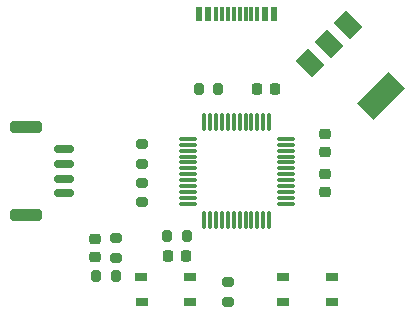
<source format=gbr>
%TF.GenerationSoftware,KiCad,Pcbnew,7.0.7*%
%TF.CreationDate,2023-10-08T00:42:53+08:00*%
%TF.ProjectId,RM_47mm,524d5f34-376d-46d2-9e6b-696361645f70,rev?*%
%TF.SameCoordinates,Original*%
%TF.FileFunction,Paste,Bot*%
%TF.FilePolarity,Positive*%
%FSLAX46Y46*%
G04 Gerber Fmt 4.6, Leading zero omitted, Abs format (unit mm)*
G04 Created by KiCad (PCBNEW 7.0.7) date 2023-10-08 00:42:53*
%MOMM*%
%LPD*%
G01*
G04 APERTURE LIST*
G04 Aperture macros list*
%AMRoundRect*
0 Rectangle with rounded corners*
0 $1 Rounding radius*
0 $2 $3 $4 $5 $6 $7 $8 $9 X,Y pos of 4 corners*
0 Add a 4 corners polygon primitive as box body*
4,1,4,$2,$3,$4,$5,$6,$7,$8,$9,$2,$3,0*
0 Add four circle primitives for the rounded corners*
1,1,$1+$1,$2,$3*
1,1,$1+$1,$4,$5*
1,1,$1+$1,$6,$7*
1,1,$1+$1,$8,$9*
0 Add four rect primitives between the rounded corners*
20,1,$1+$1,$2,$3,$4,$5,0*
20,1,$1+$1,$4,$5,$6,$7,0*
20,1,$1+$1,$6,$7,$8,$9,0*
20,1,$1+$1,$8,$9,$2,$3,0*%
%AMRotRect*
0 Rectangle, with rotation*
0 The origin of the aperture is its center*
0 $1 length*
0 $2 width*
0 $3 Rotation angle, in degrees counterclockwise*
0 Add horizontal line*
21,1,$1,$2,0,0,$3*%
G04 Aperture macros list end*
%ADD10RotRect,2.000000X1.500000X315.000000*%
%ADD11RotRect,2.000000X3.800000X315.000000*%
%ADD12R,0.600000X1.240000*%
%ADD13R,0.300000X1.240000*%
%ADD14RoundRect,0.150000X0.700000X-0.150000X0.700000X0.150000X-0.700000X0.150000X-0.700000X-0.150000X0*%
%ADD15RoundRect,0.250000X1.100000X-0.250000X1.100000X0.250000X-1.100000X0.250000X-1.100000X-0.250000X0*%
%ADD16RoundRect,0.200000X0.275000X-0.200000X0.275000X0.200000X-0.275000X0.200000X-0.275000X-0.200000X0*%
%ADD17RoundRect,0.200000X-0.200000X-0.275000X0.200000X-0.275000X0.200000X0.275000X-0.200000X0.275000X0*%
%ADD18RoundRect,0.075000X0.662500X0.075000X-0.662500X0.075000X-0.662500X-0.075000X0.662500X-0.075000X0*%
%ADD19RoundRect,0.075000X0.075000X0.662500X-0.075000X0.662500X-0.075000X-0.662500X0.075000X-0.662500X0*%
%ADD20R,1.050000X0.650000*%
%ADD21RoundRect,0.225000X-0.250000X0.225000X-0.250000X-0.225000X0.250000X-0.225000X0.250000X0.225000X0*%
%ADD22RoundRect,0.225000X0.225000X0.250000X-0.225000X0.250000X-0.225000X-0.250000X0.225000X-0.250000X0*%
%ADD23RoundRect,0.225000X0.250000X-0.225000X0.250000X0.225000X-0.250000X0.225000X-0.250000X-0.225000X0*%
%ADD24RoundRect,0.200000X-0.275000X0.200000X-0.275000X-0.200000X0.275000X-0.200000X0.275000X0.200000X0*%
%ADD25RoundRect,0.200000X0.200000X0.275000X-0.200000X0.275000X-0.200000X-0.275000X0.200000X-0.275000X0*%
G04 APERTURE END LIST*
D10*
%TO.C,U2*%
X156166268Y-90838959D03*
D11*
X162247386Y-93667386D03*
D10*
X157792614Y-89212614D03*
X159418959Y-87586268D03*
%TD*%
D12*
%TO.C,J1*%
X146800000Y-86725000D03*
X147600000Y-86725000D03*
D13*
X148750000Y-86725000D03*
X149750000Y-86725000D03*
X150250000Y-86725000D03*
X151250000Y-86725000D03*
D12*
X152400000Y-86725000D03*
X153200000Y-86725000D03*
X153200000Y-86725000D03*
X152400000Y-86725000D03*
D13*
X151750000Y-86725000D03*
X150750000Y-86725000D03*
X149250000Y-86725000D03*
X148250000Y-86725000D03*
D12*
X147600000Y-86725000D03*
X146800000Y-86725000D03*
%TD*%
D14*
%TO.C,J2*%
X135350000Y-101875000D03*
X135350000Y-100625000D03*
X135350000Y-99375000D03*
X135350000Y-98125000D03*
D15*
X132150000Y-103725000D03*
X132150000Y-96275000D03*
%TD*%
D16*
%TO.C,R3*%
X142018127Y-99380570D03*
X142018127Y-97730570D03*
%TD*%
%TO.C,R7*%
X139783288Y-107336708D03*
X139783288Y-105686708D03*
%TD*%
D17*
%TO.C,R4*%
X146775000Y-93000000D03*
X148425000Y-93000000D03*
%TD*%
D18*
%TO.C,U1*%
X154162500Y-97250000D03*
X154162500Y-97750000D03*
X154162500Y-98250000D03*
X154162500Y-98750000D03*
X154162500Y-99250000D03*
X154162500Y-99750000D03*
X154162500Y-100250000D03*
X154162500Y-100750000D03*
X154162500Y-101250000D03*
X154162500Y-101750000D03*
X154162500Y-102250000D03*
X154162500Y-102750000D03*
D19*
X152750000Y-104162500D03*
X152250000Y-104162500D03*
X151750000Y-104162500D03*
X151250000Y-104162500D03*
X150750000Y-104162500D03*
X150250000Y-104162500D03*
X149750000Y-104162500D03*
X149250000Y-104162500D03*
X148750000Y-104162500D03*
X148250000Y-104162500D03*
X147750000Y-104162500D03*
X147250000Y-104162500D03*
D18*
X145837500Y-102750000D03*
X145837500Y-102250000D03*
X145837500Y-101750000D03*
X145837500Y-101250000D03*
X145837500Y-100750000D03*
X145837500Y-100250000D03*
X145837500Y-99750000D03*
X145837500Y-99250000D03*
X145837500Y-98750000D03*
X145837500Y-98250000D03*
X145837500Y-97750000D03*
X145837500Y-97250000D03*
D19*
X147250000Y-95837500D03*
X147750000Y-95837500D03*
X148250000Y-95837500D03*
X148750000Y-95837500D03*
X149250000Y-95837500D03*
X149750000Y-95837500D03*
X150250000Y-95837500D03*
X150750000Y-95837500D03*
X151250000Y-95837500D03*
X151750000Y-95837500D03*
X152250000Y-95837500D03*
X152750000Y-95837500D03*
%TD*%
D20*
%TO.C,SW2*%
X158075000Y-108925000D03*
X153925000Y-108925000D03*
X158075000Y-111075000D03*
X153950000Y-111075000D03*
%TD*%
D21*
%TO.C,C9*%
X157480000Y-96805000D03*
X157480000Y-98355000D03*
%TD*%
D22*
%TO.C,C11*%
X153275000Y-93000000D03*
X151725000Y-93000000D03*
%TD*%
%TO.C,C12*%
X145705537Y-107172023D03*
X144155537Y-107172023D03*
%TD*%
D23*
%TO.C,C13*%
X138039859Y-107289498D03*
X138039859Y-105739498D03*
%TD*%
D17*
%TO.C,R6*%
X138129023Y-108882715D03*
X139779023Y-108882715D03*
%TD*%
D24*
%TO.C,R2*%
X142021726Y-102625355D03*
X142021726Y-100975355D03*
%TD*%
%TO.C,R5*%
X149258680Y-109398485D03*
X149258680Y-111048485D03*
%TD*%
D25*
%TO.C,R1*%
X145758826Y-105466261D03*
X144108826Y-105466261D03*
%TD*%
D23*
%TO.C,C10*%
X157474699Y-101792865D03*
X157474699Y-100242865D03*
%TD*%
D20*
%TO.C,SW1*%
X146075000Y-108925000D03*
X141925000Y-108925000D03*
X146075000Y-111075000D03*
X141950000Y-111075000D03*
%TD*%
M02*

</source>
